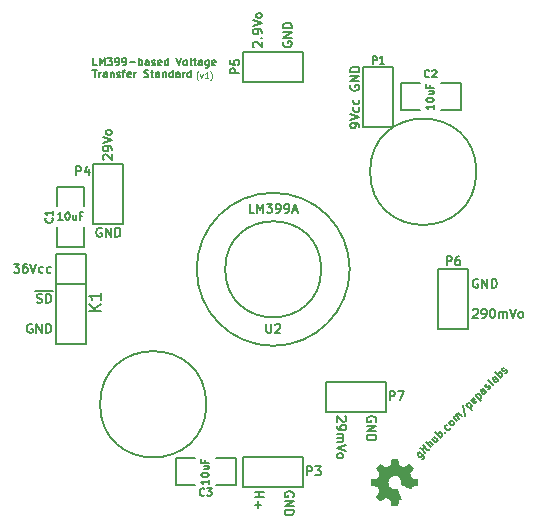
<source format=gto>
G04 (created by PCBNEW (2013-07-07 BZR 4022)-stable) date 6/29/2014 1:08:28 PM*
%MOIN*%
G04 Gerber Fmt 3.4, Leading zero omitted, Abs format*
%FSLAX34Y34*%
G01*
G70*
G90*
G04 APERTURE LIST*
%ADD10C,0.00590551*%
%ADD11C,0.006*%
%ADD12C,0.004*%
%ADD13C,0.005*%
%ADD14C,0.0001*%
G04 APERTURE END LIST*
G54D10*
G54D11*
X84621Y-57264D02*
X84621Y-57207D01*
X84607Y-57178D01*
X84592Y-57164D01*
X84550Y-57135D01*
X84492Y-57121D01*
X84378Y-57121D01*
X84350Y-57135D01*
X84335Y-57150D01*
X84321Y-57178D01*
X84321Y-57235D01*
X84335Y-57264D01*
X84350Y-57278D01*
X84378Y-57292D01*
X84450Y-57292D01*
X84478Y-57278D01*
X84492Y-57264D01*
X84507Y-57235D01*
X84507Y-57178D01*
X84492Y-57150D01*
X84478Y-57135D01*
X84450Y-57121D01*
X84321Y-57035D02*
X84621Y-56935D01*
X84321Y-56835D01*
X84607Y-56607D02*
X84621Y-56635D01*
X84621Y-56692D01*
X84607Y-56721D01*
X84592Y-56735D01*
X84564Y-56750D01*
X84478Y-56750D01*
X84450Y-56735D01*
X84435Y-56721D01*
X84421Y-56692D01*
X84421Y-56635D01*
X84435Y-56607D01*
X84607Y-56350D02*
X84621Y-56378D01*
X84621Y-56435D01*
X84607Y-56464D01*
X84592Y-56478D01*
X84564Y-56492D01*
X84478Y-56492D01*
X84450Y-56478D01*
X84435Y-56464D01*
X84421Y-56435D01*
X84421Y-56378D01*
X84435Y-56350D01*
X84335Y-55871D02*
X84321Y-55900D01*
X84321Y-55942D01*
X84335Y-55985D01*
X84364Y-56014D01*
X84392Y-56028D01*
X84450Y-56042D01*
X84492Y-56042D01*
X84550Y-56028D01*
X84578Y-56014D01*
X84607Y-55985D01*
X84621Y-55942D01*
X84621Y-55914D01*
X84607Y-55871D01*
X84592Y-55857D01*
X84492Y-55857D01*
X84492Y-55914D01*
X84621Y-55728D02*
X84321Y-55728D01*
X84621Y-55557D01*
X84321Y-55557D01*
X84621Y-55414D02*
X84321Y-55414D01*
X84321Y-55342D01*
X84335Y-55300D01*
X84364Y-55271D01*
X84392Y-55257D01*
X84450Y-55242D01*
X84492Y-55242D01*
X84550Y-55257D01*
X84578Y-55271D01*
X84607Y-55300D01*
X84621Y-55342D01*
X84621Y-55414D01*
X73871Y-63107D02*
X73914Y-63121D01*
X73985Y-63121D01*
X74014Y-63107D01*
X74028Y-63092D01*
X74042Y-63064D01*
X74042Y-63035D01*
X74028Y-63007D01*
X74014Y-62992D01*
X73985Y-62978D01*
X73928Y-62964D01*
X73900Y-62950D01*
X73885Y-62935D01*
X73871Y-62907D01*
X73871Y-62878D01*
X73885Y-62850D01*
X73900Y-62835D01*
X73928Y-62821D01*
X74000Y-62821D01*
X74042Y-62835D01*
X74171Y-63121D02*
X74171Y-62821D01*
X74242Y-62821D01*
X74285Y-62835D01*
X74314Y-62864D01*
X74328Y-62892D01*
X74342Y-62950D01*
X74342Y-62992D01*
X74328Y-63050D01*
X74314Y-63078D01*
X74285Y-63107D01*
X74242Y-63121D01*
X74171Y-63121D01*
X73814Y-62730D02*
X74400Y-62730D01*
X84150Y-66907D02*
X84164Y-66921D01*
X84178Y-66950D01*
X84178Y-67021D01*
X84164Y-67050D01*
X84150Y-67064D01*
X84121Y-67078D01*
X84092Y-67078D01*
X84050Y-67064D01*
X83878Y-66892D01*
X83878Y-67078D01*
X83878Y-67221D02*
X83878Y-67278D01*
X83892Y-67307D01*
X83907Y-67321D01*
X83950Y-67350D01*
X84007Y-67364D01*
X84121Y-67364D01*
X84150Y-67350D01*
X84164Y-67335D01*
X84178Y-67307D01*
X84178Y-67250D01*
X84164Y-67221D01*
X84150Y-67207D01*
X84121Y-67192D01*
X84050Y-67192D01*
X84021Y-67207D01*
X84007Y-67221D01*
X83992Y-67250D01*
X83992Y-67307D01*
X84007Y-67335D01*
X84021Y-67350D01*
X84050Y-67364D01*
X83878Y-67492D02*
X84078Y-67492D01*
X84050Y-67492D02*
X84064Y-67507D01*
X84078Y-67535D01*
X84078Y-67578D01*
X84064Y-67607D01*
X84035Y-67621D01*
X83878Y-67621D01*
X84035Y-67621D02*
X84064Y-67635D01*
X84078Y-67664D01*
X84078Y-67707D01*
X84064Y-67735D01*
X84035Y-67749D01*
X83878Y-67749D01*
X84178Y-67849D02*
X83878Y-67949D01*
X84178Y-68049D01*
X83878Y-68192D02*
X83892Y-68164D01*
X83907Y-68150D01*
X83935Y-68135D01*
X84021Y-68135D01*
X84050Y-68150D01*
X84064Y-68164D01*
X84078Y-68192D01*
X84078Y-68235D01*
X84064Y-68264D01*
X84050Y-68278D01*
X84021Y-68292D01*
X83935Y-68292D01*
X83907Y-68278D01*
X83892Y-68264D01*
X83878Y-68235D01*
X83878Y-68192D01*
X85164Y-67078D02*
X85178Y-67050D01*
X85178Y-67007D01*
X85164Y-66964D01*
X85135Y-66935D01*
X85107Y-66921D01*
X85050Y-66907D01*
X85007Y-66907D01*
X84950Y-66921D01*
X84921Y-66935D01*
X84892Y-66964D01*
X84878Y-67007D01*
X84878Y-67035D01*
X84892Y-67078D01*
X84907Y-67092D01*
X85007Y-67092D01*
X85007Y-67035D01*
X84878Y-67221D02*
X85178Y-67221D01*
X84878Y-67392D01*
X85178Y-67392D01*
X84878Y-67535D02*
X85178Y-67535D01*
X85178Y-67607D01*
X85164Y-67650D01*
X85135Y-67678D01*
X85107Y-67692D01*
X85050Y-67707D01*
X85007Y-67707D01*
X84950Y-67692D01*
X84921Y-67678D01*
X84892Y-67650D01*
X84878Y-67607D01*
X84878Y-67535D01*
X88407Y-63350D02*
X88421Y-63335D01*
X88450Y-63321D01*
X88521Y-63321D01*
X88550Y-63335D01*
X88564Y-63350D01*
X88578Y-63378D01*
X88578Y-63407D01*
X88564Y-63450D01*
X88392Y-63621D01*
X88578Y-63621D01*
X88721Y-63621D02*
X88778Y-63621D01*
X88807Y-63607D01*
X88821Y-63592D01*
X88850Y-63550D01*
X88864Y-63492D01*
X88864Y-63378D01*
X88850Y-63350D01*
X88835Y-63335D01*
X88807Y-63321D01*
X88750Y-63321D01*
X88721Y-63335D01*
X88707Y-63350D01*
X88692Y-63378D01*
X88692Y-63450D01*
X88707Y-63478D01*
X88721Y-63492D01*
X88750Y-63507D01*
X88807Y-63507D01*
X88835Y-63492D01*
X88850Y-63478D01*
X88864Y-63450D01*
X89049Y-63321D02*
X89078Y-63321D01*
X89107Y-63335D01*
X89121Y-63350D01*
X89135Y-63378D01*
X89149Y-63435D01*
X89149Y-63507D01*
X89135Y-63564D01*
X89121Y-63592D01*
X89107Y-63607D01*
X89078Y-63621D01*
X89049Y-63621D01*
X89021Y-63607D01*
X89007Y-63592D01*
X88992Y-63564D01*
X88978Y-63507D01*
X88978Y-63435D01*
X88992Y-63378D01*
X89007Y-63350D01*
X89021Y-63335D01*
X89049Y-63321D01*
X89278Y-63621D02*
X89278Y-63421D01*
X89278Y-63450D02*
X89292Y-63435D01*
X89321Y-63421D01*
X89364Y-63421D01*
X89392Y-63435D01*
X89407Y-63464D01*
X89407Y-63621D01*
X89407Y-63464D02*
X89421Y-63435D01*
X89449Y-63421D01*
X89492Y-63421D01*
X89521Y-63435D01*
X89535Y-63464D01*
X89535Y-63621D01*
X89635Y-63321D02*
X89735Y-63621D01*
X89835Y-63321D01*
X89978Y-63621D02*
X89949Y-63607D01*
X89935Y-63592D01*
X89921Y-63564D01*
X89921Y-63478D01*
X89935Y-63450D01*
X89949Y-63435D01*
X89978Y-63421D01*
X90021Y-63421D01*
X90049Y-63435D01*
X90064Y-63450D01*
X90078Y-63478D01*
X90078Y-63564D01*
X90064Y-63592D01*
X90049Y-63607D01*
X90021Y-63621D01*
X89978Y-63621D01*
X81100Y-54592D02*
X81085Y-54578D01*
X81071Y-54550D01*
X81071Y-54478D01*
X81085Y-54450D01*
X81100Y-54435D01*
X81128Y-54421D01*
X81157Y-54421D01*
X81200Y-54435D01*
X81371Y-54607D01*
X81371Y-54421D01*
X81342Y-54292D02*
X81357Y-54278D01*
X81371Y-54292D01*
X81357Y-54307D01*
X81342Y-54292D01*
X81371Y-54292D01*
X81371Y-54135D02*
X81371Y-54078D01*
X81357Y-54050D01*
X81342Y-54035D01*
X81300Y-54007D01*
X81242Y-53992D01*
X81128Y-53992D01*
X81100Y-54007D01*
X81085Y-54021D01*
X81071Y-54050D01*
X81071Y-54107D01*
X81085Y-54135D01*
X81100Y-54150D01*
X81128Y-54164D01*
X81200Y-54164D01*
X81228Y-54150D01*
X81242Y-54135D01*
X81257Y-54107D01*
X81257Y-54050D01*
X81242Y-54021D01*
X81228Y-54007D01*
X81200Y-53992D01*
X81071Y-53907D02*
X81371Y-53807D01*
X81071Y-53707D01*
X81371Y-53564D02*
X81357Y-53592D01*
X81342Y-53607D01*
X81314Y-53621D01*
X81228Y-53621D01*
X81200Y-53607D01*
X81185Y-53592D01*
X81171Y-53564D01*
X81171Y-53521D01*
X81185Y-53492D01*
X81200Y-53478D01*
X81228Y-53464D01*
X81314Y-53464D01*
X81342Y-53478D01*
X81357Y-53492D01*
X81371Y-53521D01*
X81371Y-53564D01*
X76100Y-58342D02*
X76085Y-58328D01*
X76071Y-58300D01*
X76071Y-58228D01*
X76085Y-58200D01*
X76100Y-58185D01*
X76128Y-58171D01*
X76157Y-58171D01*
X76200Y-58185D01*
X76371Y-58357D01*
X76371Y-58171D01*
X76371Y-58028D02*
X76371Y-57971D01*
X76357Y-57942D01*
X76342Y-57928D01*
X76300Y-57900D01*
X76242Y-57885D01*
X76128Y-57885D01*
X76100Y-57900D01*
X76085Y-57914D01*
X76071Y-57942D01*
X76071Y-58000D01*
X76085Y-58028D01*
X76100Y-58042D01*
X76128Y-58057D01*
X76200Y-58057D01*
X76228Y-58042D01*
X76242Y-58028D01*
X76257Y-58000D01*
X76257Y-57942D01*
X76242Y-57914D01*
X76228Y-57900D01*
X76200Y-57885D01*
X76071Y-57800D02*
X76371Y-57700D01*
X76071Y-57600D01*
X76371Y-57457D02*
X76357Y-57485D01*
X76342Y-57500D01*
X76314Y-57514D01*
X76228Y-57514D01*
X76200Y-57500D01*
X76185Y-57485D01*
X76171Y-57457D01*
X76171Y-57414D01*
X76185Y-57385D01*
X76200Y-57371D01*
X76228Y-57357D01*
X76314Y-57357D01*
X76342Y-57371D01*
X76357Y-57385D01*
X76371Y-57414D01*
X76371Y-57457D01*
X73100Y-61821D02*
X73285Y-61821D01*
X73185Y-61935D01*
X73228Y-61935D01*
X73257Y-61950D01*
X73271Y-61964D01*
X73285Y-61992D01*
X73285Y-62064D01*
X73271Y-62092D01*
X73257Y-62107D01*
X73228Y-62121D01*
X73142Y-62121D01*
X73114Y-62107D01*
X73100Y-62092D01*
X73542Y-61821D02*
X73485Y-61821D01*
X73457Y-61835D01*
X73442Y-61850D01*
X73414Y-61892D01*
X73400Y-61950D01*
X73400Y-62064D01*
X73414Y-62092D01*
X73428Y-62107D01*
X73457Y-62121D01*
X73514Y-62121D01*
X73542Y-62107D01*
X73557Y-62092D01*
X73571Y-62064D01*
X73571Y-61992D01*
X73557Y-61964D01*
X73542Y-61950D01*
X73514Y-61935D01*
X73457Y-61935D01*
X73428Y-61950D01*
X73414Y-61964D01*
X73400Y-61992D01*
X73657Y-61821D02*
X73757Y-62121D01*
X73857Y-61821D01*
X74085Y-62107D02*
X74057Y-62121D01*
X74000Y-62121D01*
X73971Y-62107D01*
X73957Y-62092D01*
X73942Y-62064D01*
X73942Y-61978D01*
X73957Y-61950D01*
X73971Y-61935D01*
X74000Y-61921D01*
X74057Y-61921D01*
X74085Y-61935D01*
X74342Y-62107D02*
X74314Y-62121D01*
X74257Y-62121D01*
X74228Y-62107D01*
X74214Y-62092D01*
X74200Y-62064D01*
X74200Y-61978D01*
X74214Y-61950D01*
X74228Y-61935D01*
X74257Y-61921D01*
X74314Y-61921D01*
X74342Y-61935D01*
X73714Y-63835D02*
X73685Y-63821D01*
X73642Y-63821D01*
X73600Y-63835D01*
X73571Y-63864D01*
X73557Y-63892D01*
X73542Y-63950D01*
X73542Y-63992D01*
X73557Y-64050D01*
X73571Y-64078D01*
X73600Y-64107D01*
X73642Y-64121D01*
X73671Y-64121D01*
X73714Y-64107D01*
X73728Y-64092D01*
X73728Y-63992D01*
X73671Y-63992D01*
X73857Y-64121D02*
X73857Y-63821D01*
X74028Y-64121D01*
X74028Y-63821D01*
X74171Y-64121D02*
X74171Y-63821D01*
X74242Y-63821D01*
X74285Y-63835D01*
X74314Y-63864D01*
X74328Y-63892D01*
X74342Y-63950D01*
X74342Y-63992D01*
X74328Y-64050D01*
X74314Y-64078D01*
X74285Y-64107D01*
X74242Y-64121D01*
X74171Y-64121D01*
X76028Y-60635D02*
X76000Y-60621D01*
X75957Y-60621D01*
X75914Y-60635D01*
X75885Y-60664D01*
X75871Y-60692D01*
X75857Y-60750D01*
X75857Y-60792D01*
X75871Y-60850D01*
X75885Y-60878D01*
X75914Y-60907D01*
X75957Y-60921D01*
X75985Y-60921D01*
X76028Y-60907D01*
X76042Y-60892D01*
X76042Y-60792D01*
X75985Y-60792D01*
X76171Y-60921D02*
X76171Y-60621D01*
X76342Y-60921D01*
X76342Y-60621D01*
X76485Y-60921D02*
X76485Y-60621D01*
X76557Y-60621D01*
X76600Y-60635D01*
X76628Y-60664D01*
X76642Y-60692D01*
X76657Y-60750D01*
X76657Y-60792D01*
X76642Y-60850D01*
X76628Y-60878D01*
X76600Y-60907D01*
X76557Y-60921D01*
X76485Y-60921D01*
X82085Y-54421D02*
X82071Y-54450D01*
X82071Y-54492D01*
X82085Y-54535D01*
X82114Y-54564D01*
X82142Y-54578D01*
X82200Y-54592D01*
X82242Y-54592D01*
X82300Y-54578D01*
X82328Y-54564D01*
X82357Y-54535D01*
X82371Y-54492D01*
X82371Y-54464D01*
X82357Y-54421D01*
X82342Y-54407D01*
X82242Y-54407D01*
X82242Y-54464D01*
X82371Y-54278D02*
X82071Y-54278D01*
X82371Y-54107D01*
X82071Y-54107D01*
X82371Y-53964D02*
X82071Y-53964D01*
X82071Y-53892D01*
X82085Y-53850D01*
X82114Y-53821D01*
X82142Y-53807D01*
X82200Y-53792D01*
X82242Y-53792D01*
X82300Y-53807D01*
X82328Y-53821D01*
X82357Y-53850D01*
X82371Y-53892D01*
X82371Y-53964D01*
X88578Y-62335D02*
X88550Y-62321D01*
X88507Y-62321D01*
X88464Y-62335D01*
X88435Y-62364D01*
X88421Y-62392D01*
X88407Y-62450D01*
X88407Y-62492D01*
X88421Y-62550D01*
X88435Y-62578D01*
X88464Y-62607D01*
X88507Y-62621D01*
X88535Y-62621D01*
X88578Y-62607D01*
X88592Y-62592D01*
X88592Y-62492D01*
X88535Y-62492D01*
X88721Y-62621D02*
X88721Y-62321D01*
X88892Y-62621D01*
X88892Y-62321D01*
X89035Y-62621D02*
X89035Y-62321D01*
X89107Y-62321D01*
X89150Y-62335D01*
X89178Y-62364D01*
X89192Y-62392D01*
X89207Y-62450D01*
X89207Y-62492D01*
X89192Y-62550D01*
X89178Y-62578D01*
X89150Y-62607D01*
X89107Y-62621D01*
X89035Y-62621D01*
X82414Y-69578D02*
X82428Y-69550D01*
X82428Y-69507D01*
X82414Y-69464D01*
X82385Y-69435D01*
X82357Y-69421D01*
X82300Y-69407D01*
X82257Y-69407D01*
X82200Y-69421D01*
X82171Y-69435D01*
X82142Y-69464D01*
X82128Y-69507D01*
X82128Y-69535D01*
X82142Y-69578D01*
X82157Y-69592D01*
X82257Y-69592D01*
X82257Y-69535D01*
X82128Y-69721D02*
X82428Y-69721D01*
X82128Y-69892D01*
X82428Y-69892D01*
X82128Y-70035D02*
X82428Y-70035D01*
X82428Y-70107D01*
X82414Y-70150D01*
X82385Y-70178D01*
X82357Y-70192D01*
X82300Y-70207D01*
X82257Y-70207D01*
X82200Y-70192D01*
X82171Y-70178D01*
X82142Y-70150D01*
X82128Y-70107D01*
X82128Y-70035D01*
X81128Y-69421D02*
X81428Y-69421D01*
X81285Y-69421D02*
X81285Y-69592D01*
X81128Y-69592D02*
X81428Y-69592D01*
X81242Y-69735D02*
X81242Y-69964D01*
X81128Y-69850D02*
X81357Y-69850D01*
G54D12*
X79254Y-55707D02*
X79245Y-55697D01*
X79226Y-55669D01*
X79216Y-55650D01*
X79207Y-55621D01*
X79197Y-55573D01*
X79197Y-55535D01*
X79207Y-55488D01*
X79216Y-55459D01*
X79226Y-55440D01*
X79245Y-55411D01*
X79254Y-55402D01*
X79311Y-55497D02*
X79359Y-55630D01*
X79407Y-55497D01*
X79588Y-55630D02*
X79473Y-55630D01*
X79530Y-55630D02*
X79530Y-55430D01*
X79511Y-55459D01*
X79492Y-55478D01*
X79473Y-55488D01*
X79654Y-55707D02*
X79664Y-55697D01*
X79683Y-55669D01*
X79692Y-55650D01*
X79702Y-55621D01*
X79711Y-55573D01*
X79711Y-55535D01*
X79702Y-55488D01*
X79692Y-55459D01*
X79683Y-55440D01*
X79664Y-55411D01*
X79654Y-55402D01*
G54D13*
X75878Y-55201D02*
X75759Y-55201D01*
X75759Y-54951D01*
X75961Y-55201D02*
X75961Y-54951D01*
X76045Y-55129D01*
X76128Y-54951D01*
X76128Y-55201D01*
X76223Y-54951D02*
X76378Y-54951D01*
X76295Y-55046D01*
X76330Y-55046D01*
X76354Y-55058D01*
X76366Y-55070D01*
X76378Y-55094D01*
X76378Y-55153D01*
X76366Y-55177D01*
X76354Y-55189D01*
X76330Y-55201D01*
X76259Y-55201D01*
X76235Y-55189D01*
X76223Y-55177D01*
X76497Y-55201D02*
X76545Y-55201D01*
X76569Y-55189D01*
X76580Y-55177D01*
X76604Y-55141D01*
X76616Y-55094D01*
X76616Y-54998D01*
X76604Y-54975D01*
X76592Y-54963D01*
X76569Y-54951D01*
X76521Y-54951D01*
X76497Y-54963D01*
X76485Y-54975D01*
X76473Y-54998D01*
X76473Y-55058D01*
X76485Y-55082D01*
X76497Y-55094D01*
X76521Y-55105D01*
X76569Y-55105D01*
X76592Y-55094D01*
X76604Y-55082D01*
X76616Y-55058D01*
X76735Y-55201D02*
X76783Y-55201D01*
X76807Y-55189D01*
X76819Y-55177D01*
X76842Y-55141D01*
X76854Y-55094D01*
X76854Y-54998D01*
X76842Y-54975D01*
X76830Y-54963D01*
X76807Y-54951D01*
X76759Y-54951D01*
X76735Y-54963D01*
X76723Y-54975D01*
X76711Y-54998D01*
X76711Y-55058D01*
X76723Y-55082D01*
X76735Y-55094D01*
X76759Y-55105D01*
X76807Y-55105D01*
X76830Y-55094D01*
X76842Y-55082D01*
X76854Y-55058D01*
X76961Y-55105D02*
X77152Y-55105D01*
X77271Y-55201D02*
X77271Y-54951D01*
X77271Y-55046D02*
X77295Y-55034D01*
X77342Y-55034D01*
X77366Y-55046D01*
X77378Y-55058D01*
X77390Y-55082D01*
X77390Y-55153D01*
X77378Y-55177D01*
X77366Y-55189D01*
X77342Y-55201D01*
X77295Y-55201D01*
X77271Y-55189D01*
X77604Y-55201D02*
X77604Y-55070D01*
X77592Y-55046D01*
X77569Y-55034D01*
X77521Y-55034D01*
X77497Y-55046D01*
X77604Y-55189D02*
X77580Y-55201D01*
X77521Y-55201D01*
X77497Y-55189D01*
X77485Y-55165D01*
X77485Y-55141D01*
X77497Y-55117D01*
X77521Y-55105D01*
X77580Y-55105D01*
X77604Y-55094D01*
X77711Y-55189D02*
X77735Y-55201D01*
X77783Y-55201D01*
X77807Y-55189D01*
X77819Y-55165D01*
X77819Y-55153D01*
X77807Y-55129D01*
X77783Y-55117D01*
X77747Y-55117D01*
X77723Y-55105D01*
X77711Y-55082D01*
X77711Y-55070D01*
X77723Y-55046D01*
X77747Y-55034D01*
X77783Y-55034D01*
X77807Y-55046D01*
X78021Y-55189D02*
X77997Y-55201D01*
X77950Y-55201D01*
X77926Y-55189D01*
X77914Y-55165D01*
X77914Y-55070D01*
X77926Y-55046D01*
X77950Y-55034D01*
X77997Y-55034D01*
X78021Y-55046D01*
X78033Y-55070D01*
X78033Y-55094D01*
X77914Y-55117D01*
X78247Y-55201D02*
X78247Y-54951D01*
X78247Y-55189D02*
X78223Y-55201D01*
X78176Y-55201D01*
X78152Y-55189D01*
X78140Y-55177D01*
X78128Y-55153D01*
X78128Y-55082D01*
X78140Y-55058D01*
X78152Y-55046D01*
X78176Y-55034D01*
X78223Y-55034D01*
X78247Y-55046D01*
X78521Y-54951D02*
X78604Y-55201D01*
X78688Y-54951D01*
X78807Y-55201D02*
X78783Y-55189D01*
X78771Y-55177D01*
X78759Y-55153D01*
X78759Y-55082D01*
X78771Y-55058D01*
X78783Y-55046D01*
X78807Y-55034D01*
X78842Y-55034D01*
X78866Y-55046D01*
X78878Y-55058D01*
X78890Y-55082D01*
X78890Y-55153D01*
X78878Y-55177D01*
X78866Y-55189D01*
X78842Y-55201D01*
X78807Y-55201D01*
X79033Y-55201D02*
X79009Y-55189D01*
X78997Y-55165D01*
X78997Y-54951D01*
X79092Y-55034D02*
X79188Y-55034D01*
X79128Y-54951D02*
X79128Y-55165D01*
X79140Y-55189D01*
X79164Y-55201D01*
X79188Y-55201D01*
X79378Y-55201D02*
X79378Y-55070D01*
X79366Y-55046D01*
X79342Y-55034D01*
X79295Y-55034D01*
X79271Y-55046D01*
X79378Y-55189D02*
X79354Y-55201D01*
X79295Y-55201D01*
X79271Y-55189D01*
X79259Y-55165D01*
X79259Y-55141D01*
X79271Y-55117D01*
X79295Y-55105D01*
X79354Y-55105D01*
X79378Y-55094D01*
X79604Y-55034D02*
X79604Y-55236D01*
X79592Y-55260D01*
X79580Y-55272D01*
X79557Y-55284D01*
X79521Y-55284D01*
X79497Y-55272D01*
X79604Y-55189D02*
X79580Y-55201D01*
X79533Y-55201D01*
X79509Y-55189D01*
X79497Y-55177D01*
X79485Y-55153D01*
X79485Y-55082D01*
X79497Y-55058D01*
X79509Y-55046D01*
X79533Y-55034D01*
X79580Y-55034D01*
X79604Y-55046D01*
X79819Y-55189D02*
X79795Y-55201D01*
X79747Y-55201D01*
X79723Y-55189D01*
X79711Y-55165D01*
X79711Y-55070D01*
X79723Y-55046D01*
X79747Y-55034D01*
X79795Y-55034D01*
X79819Y-55046D01*
X79830Y-55070D01*
X79830Y-55094D01*
X79711Y-55117D01*
X75723Y-55351D02*
X75866Y-55351D01*
X75795Y-55601D02*
X75795Y-55351D01*
X75950Y-55601D02*
X75950Y-55434D01*
X75950Y-55482D02*
X75961Y-55458D01*
X75973Y-55446D01*
X75997Y-55434D01*
X76021Y-55434D01*
X76211Y-55601D02*
X76211Y-55470D01*
X76200Y-55446D01*
X76176Y-55434D01*
X76128Y-55434D01*
X76104Y-55446D01*
X76211Y-55589D02*
X76188Y-55601D01*
X76128Y-55601D01*
X76104Y-55589D01*
X76092Y-55565D01*
X76092Y-55541D01*
X76104Y-55517D01*
X76128Y-55505D01*
X76188Y-55505D01*
X76211Y-55494D01*
X76330Y-55434D02*
X76330Y-55601D01*
X76330Y-55458D02*
X76342Y-55446D01*
X76366Y-55434D01*
X76402Y-55434D01*
X76426Y-55446D01*
X76438Y-55470D01*
X76438Y-55601D01*
X76545Y-55589D02*
X76569Y-55601D01*
X76616Y-55601D01*
X76640Y-55589D01*
X76652Y-55565D01*
X76652Y-55553D01*
X76640Y-55529D01*
X76616Y-55517D01*
X76580Y-55517D01*
X76557Y-55505D01*
X76545Y-55482D01*
X76545Y-55470D01*
X76557Y-55446D01*
X76580Y-55434D01*
X76616Y-55434D01*
X76640Y-55446D01*
X76723Y-55434D02*
X76819Y-55434D01*
X76759Y-55601D02*
X76759Y-55386D01*
X76771Y-55363D01*
X76795Y-55351D01*
X76819Y-55351D01*
X76997Y-55589D02*
X76973Y-55601D01*
X76926Y-55601D01*
X76902Y-55589D01*
X76890Y-55565D01*
X76890Y-55470D01*
X76902Y-55446D01*
X76926Y-55434D01*
X76973Y-55434D01*
X76997Y-55446D01*
X77009Y-55470D01*
X77009Y-55494D01*
X76890Y-55517D01*
X77116Y-55601D02*
X77116Y-55434D01*
X77116Y-55482D02*
X77128Y-55458D01*
X77140Y-55446D01*
X77164Y-55434D01*
X77188Y-55434D01*
X77450Y-55589D02*
X77485Y-55601D01*
X77545Y-55601D01*
X77569Y-55589D01*
X77580Y-55577D01*
X77592Y-55553D01*
X77592Y-55529D01*
X77580Y-55505D01*
X77569Y-55494D01*
X77545Y-55482D01*
X77497Y-55470D01*
X77473Y-55458D01*
X77461Y-55446D01*
X77450Y-55422D01*
X77450Y-55398D01*
X77461Y-55375D01*
X77473Y-55363D01*
X77497Y-55351D01*
X77557Y-55351D01*
X77592Y-55363D01*
X77664Y-55434D02*
X77759Y-55434D01*
X77700Y-55351D02*
X77700Y-55565D01*
X77711Y-55589D01*
X77735Y-55601D01*
X77759Y-55601D01*
X77950Y-55601D02*
X77950Y-55470D01*
X77938Y-55446D01*
X77914Y-55434D01*
X77866Y-55434D01*
X77842Y-55446D01*
X77950Y-55589D02*
X77926Y-55601D01*
X77866Y-55601D01*
X77842Y-55589D01*
X77830Y-55565D01*
X77830Y-55541D01*
X77842Y-55517D01*
X77866Y-55505D01*
X77926Y-55505D01*
X77950Y-55494D01*
X78069Y-55434D02*
X78069Y-55601D01*
X78069Y-55458D02*
X78080Y-55446D01*
X78104Y-55434D01*
X78140Y-55434D01*
X78164Y-55446D01*
X78176Y-55470D01*
X78176Y-55601D01*
X78402Y-55601D02*
X78402Y-55351D01*
X78402Y-55589D02*
X78378Y-55601D01*
X78330Y-55601D01*
X78307Y-55589D01*
X78295Y-55577D01*
X78283Y-55553D01*
X78283Y-55482D01*
X78295Y-55458D01*
X78307Y-55446D01*
X78330Y-55434D01*
X78378Y-55434D01*
X78402Y-55446D01*
X78628Y-55601D02*
X78628Y-55470D01*
X78616Y-55446D01*
X78592Y-55434D01*
X78545Y-55434D01*
X78521Y-55446D01*
X78628Y-55589D02*
X78604Y-55601D01*
X78545Y-55601D01*
X78521Y-55589D01*
X78509Y-55565D01*
X78509Y-55541D01*
X78521Y-55517D01*
X78545Y-55505D01*
X78604Y-55505D01*
X78628Y-55494D01*
X78747Y-55601D02*
X78747Y-55434D01*
X78747Y-55482D02*
X78759Y-55458D01*
X78771Y-55446D01*
X78795Y-55434D01*
X78819Y-55434D01*
X79009Y-55601D02*
X79009Y-55351D01*
X79009Y-55589D02*
X78985Y-55601D01*
X78938Y-55601D01*
X78914Y-55589D01*
X78902Y-55577D01*
X78890Y-55553D01*
X78890Y-55482D01*
X78902Y-55458D01*
X78914Y-55446D01*
X78938Y-55434D01*
X78985Y-55434D01*
X79009Y-55446D01*
X86621Y-68085D02*
X86764Y-68228D01*
X86773Y-68254D01*
X86773Y-68271D01*
X86764Y-68296D01*
X86739Y-68321D01*
X86714Y-68329D01*
X86730Y-68195D02*
X86722Y-68220D01*
X86688Y-68254D01*
X86663Y-68262D01*
X86646Y-68262D01*
X86621Y-68254D01*
X86571Y-68203D01*
X86562Y-68178D01*
X86562Y-68161D01*
X86571Y-68136D01*
X86604Y-68102D01*
X86629Y-68094D01*
X86823Y-68119D02*
X86705Y-68001D01*
X86646Y-67942D02*
X86646Y-67959D01*
X86663Y-67959D01*
X86663Y-67942D01*
X86646Y-67942D01*
X86663Y-67959D01*
X86764Y-67942D02*
X86832Y-67875D01*
X86730Y-67858D02*
X86882Y-68010D01*
X86907Y-68018D01*
X86933Y-68010D01*
X86949Y-67993D01*
X87008Y-67934D02*
X86832Y-67757D01*
X87084Y-67858D02*
X86991Y-67765D01*
X86966Y-67757D01*
X86941Y-67765D01*
X86916Y-67791D01*
X86907Y-67816D01*
X86907Y-67833D01*
X87126Y-67580D02*
X87244Y-67698D01*
X87050Y-67656D02*
X87143Y-67749D01*
X87168Y-67757D01*
X87193Y-67749D01*
X87219Y-67723D01*
X87227Y-67698D01*
X87227Y-67681D01*
X87328Y-67614D02*
X87151Y-67437D01*
X87219Y-67505D02*
X87227Y-67479D01*
X87261Y-67446D01*
X87286Y-67437D01*
X87303Y-67437D01*
X87328Y-67446D01*
X87379Y-67496D01*
X87387Y-67521D01*
X87387Y-67538D01*
X87379Y-67563D01*
X87345Y-67597D01*
X87320Y-67606D01*
X87471Y-67437D02*
X87488Y-67437D01*
X87488Y-67454D01*
X87471Y-67454D01*
X87471Y-67437D01*
X87488Y-67454D01*
X87640Y-67286D02*
X87631Y-67311D01*
X87598Y-67345D01*
X87572Y-67353D01*
X87555Y-67353D01*
X87530Y-67345D01*
X87480Y-67294D01*
X87471Y-67269D01*
X87471Y-67252D01*
X87480Y-67227D01*
X87513Y-67193D01*
X87539Y-67185D01*
X87749Y-67193D02*
X87724Y-67201D01*
X87707Y-67201D01*
X87682Y-67193D01*
X87631Y-67143D01*
X87623Y-67117D01*
X87623Y-67100D01*
X87631Y-67075D01*
X87656Y-67050D01*
X87682Y-67042D01*
X87699Y-67042D01*
X87724Y-67050D01*
X87774Y-67100D01*
X87783Y-67126D01*
X87783Y-67143D01*
X87774Y-67168D01*
X87749Y-67193D01*
X87884Y-67058D02*
X87766Y-66941D01*
X87783Y-66957D02*
X87783Y-66941D01*
X87791Y-66915D01*
X87816Y-66890D01*
X87842Y-66882D01*
X87867Y-66890D01*
X87960Y-66983D01*
X87867Y-66890D02*
X87858Y-66865D01*
X87867Y-66839D01*
X87892Y-66814D01*
X87917Y-66806D01*
X87943Y-66814D01*
X88035Y-66907D01*
X88061Y-66511D02*
X88136Y-66890D01*
X88187Y-66520D02*
X88364Y-66696D01*
X88195Y-66528D02*
X88204Y-66503D01*
X88237Y-66469D01*
X88263Y-66461D01*
X88279Y-66461D01*
X88305Y-66469D01*
X88355Y-66520D01*
X88364Y-66545D01*
X88364Y-66562D01*
X88355Y-66587D01*
X88321Y-66621D01*
X88296Y-66629D01*
X88524Y-66402D02*
X88515Y-66427D01*
X88481Y-66461D01*
X88456Y-66469D01*
X88431Y-66461D01*
X88364Y-66393D01*
X88355Y-66368D01*
X88364Y-66343D01*
X88397Y-66309D01*
X88422Y-66301D01*
X88448Y-66309D01*
X88465Y-66326D01*
X88397Y-66427D01*
X88498Y-66208D02*
X88675Y-66385D01*
X88507Y-66217D02*
X88515Y-66191D01*
X88549Y-66158D01*
X88574Y-66149D01*
X88591Y-66149D01*
X88616Y-66158D01*
X88667Y-66208D01*
X88675Y-66233D01*
X88675Y-66250D01*
X88667Y-66275D01*
X88633Y-66309D01*
X88608Y-66318D01*
X88852Y-66090D02*
X88759Y-65998D01*
X88734Y-65989D01*
X88709Y-65998D01*
X88675Y-66031D01*
X88667Y-66057D01*
X88843Y-66082D02*
X88835Y-66107D01*
X88793Y-66149D01*
X88768Y-66158D01*
X88742Y-66149D01*
X88726Y-66132D01*
X88717Y-66107D01*
X88726Y-66082D01*
X88768Y-66040D01*
X88776Y-66015D01*
X88919Y-66006D02*
X88944Y-65998D01*
X88978Y-65964D01*
X88986Y-65939D01*
X88978Y-65914D01*
X88970Y-65905D01*
X88944Y-65897D01*
X88919Y-65905D01*
X88894Y-65930D01*
X88869Y-65939D01*
X88843Y-65930D01*
X88835Y-65922D01*
X88827Y-65897D01*
X88835Y-65871D01*
X88860Y-65846D01*
X88885Y-65838D01*
X89104Y-65838D02*
X89079Y-65846D01*
X89054Y-65838D01*
X88902Y-65686D01*
X89247Y-65695D02*
X89155Y-65602D01*
X89130Y-65594D01*
X89104Y-65602D01*
X89071Y-65636D01*
X89062Y-65661D01*
X89239Y-65686D02*
X89231Y-65711D01*
X89189Y-65754D01*
X89163Y-65762D01*
X89138Y-65754D01*
X89121Y-65737D01*
X89113Y-65711D01*
X89121Y-65686D01*
X89163Y-65644D01*
X89172Y-65619D01*
X89332Y-65610D02*
X89155Y-65434D01*
X89222Y-65501D02*
X89231Y-65476D01*
X89264Y-65442D01*
X89290Y-65434D01*
X89306Y-65434D01*
X89332Y-65442D01*
X89382Y-65493D01*
X89391Y-65518D01*
X89391Y-65535D01*
X89382Y-65560D01*
X89348Y-65594D01*
X89323Y-65602D01*
X89475Y-65451D02*
X89500Y-65442D01*
X89534Y-65408D01*
X89542Y-65383D01*
X89534Y-65358D01*
X89525Y-65350D01*
X89500Y-65341D01*
X89475Y-65350D01*
X89449Y-65375D01*
X89424Y-65383D01*
X89399Y-65375D01*
X89391Y-65366D01*
X89382Y-65341D01*
X89391Y-65316D01*
X89416Y-65291D01*
X89441Y-65282D01*
X80500Y-69200D02*
X80500Y-68300D01*
X80500Y-68300D02*
X79850Y-68300D01*
X79150Y-69200D02*
X78500Y-69200D01*
X78500Y-69200D02*
X78500Y-68300D01*
X78500Y-68300D02*
X79150Y-68300D01*
X79850Y-69200D02*
X80500Y-69200D01*
X74550Y-61250D02*
X75450Y-61250D01*
X75450Y-61250D02*
X75450Y-60600D01*
X74550Y-59900D02*
X74550Y-59250D01*
X74550Y-59250D02*
X75450Y-59250D01*
X75450Y-59250D02*
X75450Y-59900D01*
X74550Y-60600D02*
X74550Y-61250D01*
G54D11*
X80750Y-69250D02*
X80750Y-68250D01*
X80750Y-68250D02*
X82750Y-68250D01*
X82750Y-68250D02*
X82750Y-69250D01*
X82750Y-69250D02*
X80750Y-69250D01*
G54D10*
X84300Y-62000D02*
G75*
G03X84300Y-62000I-2550J0D01*
G74*
G01*
X83350Y-62000D02*
G75*
G03X83350Y-62000I-1600J0D01*
G74*
G01*
G54D11*
X75750Y-58500D02*
X76750Y-58500D01*
X76750Y-58500D02*
X76750Y-60500D01*
X76750Y-60500D02*
X75750Y-60500D01*
X75750Y-60500D02*
X75750Y-58500D01*
X80750Y-55750D02*
X80750Y-54750D01*
X80750Y-54750D02*
X82750Y-54750D01*
X82750Y-54750D02*
X82750Y-55750D01*
X82750Y-55750D02*
X80750Y-55750D01*
X88250Y-64000D02*
X87250Y-64000D01*
X87250Y-64000D02*
X87250Y-62000D01*
X87250Y-62000D02*
X88250Y-62000D01*
X88250Y-62000D02*
X88250Y-64000D01*
X83500Y-66750D02*
X83500Y-65750D01*
X83500Y-65750D02*
X85500Y-65750D01*
X85500Y-65750D02*
X85500Y-66750D01*
X85500Y-66750D02*
X83500Y-66750D01*
G54D14*
G36*
X85912Y-69887D02*
X85915Y-69878D01*
X85920Y-69856D01*
X85926Y-69826D01*
X85933Y-69789D01*
X85940Y-69752D01*
X85947Y-69722D01*
X85951Y-69701D01*
X85953Y-69693D01*
X85957Y-69691D01*
X85973Y-69686D01*
X85996Y-69678D01*
X86009Y-69674D01*
X86030Y-69666D01*
X86038Y-69660D01*
X86037Y-69658D01*
X86032Y-69641D01*
X86021Y-69615D01*
X86008Y-69581D01*
X85991Y-69540D01*
X85974Y-69497D01*
X85955Y-69453D01*
X85938Y-69411D01*
X85922Y-69373D01*
X85910Y-69343D01*
X85900Y-69322D01*
X85896Y-69313D01*
X85894Y-69313D01*
X85880Y-69313D01*
X85859Y-69316D01*
X85810Y-69321D01*
X85752Y-69314D01*
X85699Y-69293D01*
X85653Y-69257D01*
X85620Y-69216D01*
X85599Y-69165D01*
X85591Y-69106D01*
X85598Y-69051D01*
X85619Y-68999D01*
X85654Y-68954D01*
X85697Y-68919D01*
X85749Y-68897D01*
X85807Y-68889D01*
X85836Y-68892D01*
X85889Y-68906D01*
X85935Y-68930D01*
X85945Y-68938D01*
X85983Y-68979D01*
X86009Y-69028D01*
X86022Y-69081D01*
X86020Y-69138D01*
X86020Y-69144D01*
X86016Y-69168D01*
X86014Y-69182D01*
X86013Y-69195D01*
X86182Y-69266D01*
X86209Y-69277D01*
X86256Y-69296D01*
X86296Y-69312D01*
X86328Y-69325D01*
X86350Y-69333D01*
X86359Y-69337D01*
X86359Y-69337D01*
X86364Y-69333D01*
X86370Y-69320D01*
X86379Y-69296D01*
X86384Y-69279D01*
X86391Y-69260D01*
X86394Y-69252D01*
X86402Y-69250D01*
X86422Y-69245D01*
X86452Y-69240D01*
X86487Y-69233D01*
X86522Y-69226D01*
X86553Y-69220D01*
X86575Y-69215D01*
X86586Y-69211D01*
X86587Y-69211D01*
X86589Y-69202D01*
X86592Y-69182D01*
X86592Y-69150D01*
X86592Y-69105D01*
X86592Y-69098D01*
X86592Y-69059D01*
X86591Y-69027D01*
X86590Y-69005D01*
X86589Y-68996D01*
X86589Y-68996D01*
X86578Y-68993D01*
X86556Y-68988D01*
X86524Y-68982D01*
X86488Y-68975D01*
X86390Y-68956D01*
X86358Y-68880D01*
X86348Y-68857D01*
X86336Y-68828D01*
X86328Y-68808D01*
X86325Y-68798D01*
X86329Y-68790D01*
X86340Y-68772D01*
X86357Y-68745D01*
X86378Y-68715D01*
X86398Y-68685D01*
X86416Y-68659D01*
X86429Y-68640D01*
X86435Y-68632D01*
X86435Y-68629D01*
X86433Y-68624D01*
X86427Y-68615D01*
X86413Y-68602D01*
X86393Y-68580D01*
X86362Y-68549D01*
X86359Y-68546D01*
X86329Y-68517D01*
X86305Y-68494D01*
X86290Y-68480D01*
X86283Y-68475D01*
X86283Y-68475D01*
X86273Y-68480D01*
X86255Y-68493D01*
X86228Y-68510D01*
X86196Y-68532D01*
X86195Y-68533D01*
X86164Y-68555D01*
X86137Y-68571D01*
X86118Y-68584D01*
X86109Y-68588D01*
X86107Y-68588D01*
X86090Y-68583D01*
X86066Y-68574D01*
X86038Y-68563D01*
X86009Y-68551D01*
X85982Y-68540D01*
X85964Y-68531D01*
X85956Y-68526D01*
X85956Y-68526D01*
X85954Y-68516D01*
X85949Y-68492D01*
X85943Y-68461D01*
X85936Y-68423D01*
X85935Y-68420D01*
X85928Y-68383D01*
X85921Y-68352D01*
X85916Y-68330D01*
X85914Y-68321D01*
X85913Y-68320D01*
X85902Y-68319D01*
X85877Y-68318D01*
X85844Y-68317D01*
X85805Y-68317D01*
X85793Y-68318D01*
X85750Y-68318D01*
X85721Y-68318D01*
X85704Y-68321D01*
X85698Y-68323D01*
X85699Y-68324D01*
X85695Y-68335D01*
X85690Y-68358D01*
X85684Y-68390D01*
X85677Y-68428D01*
X85677Y-68431D01*
X85670Y-68468D01*
X85664Y-68499D01*
X85659Y-68521D01*
X85657Y-68530D01*
X85655Y-68531D01*
X85644Y-68537D01*
X85623Y-68548D01*
X85596Y-68559D01*
X85567Y-68571D01*
X85540Y-68583D01*
X85520Y-68591D01*
X85510Y-68593D01*
X85509Y-68593D01*
X85498Y-68588D01*
X85478Y-68574D01*
X85450Y-68557D01*
X85418Y-68534D01*
X85413Y-68530D01*
X85382Y-68509D01*
X85356Y-68492D01*
X85337Y-68480D01*
X85329Y-68475D01*
X85325Y-68477D01*
X85310Y-68490D01*
X85290Y-68509D01*
X85266Y-68533D01*
X85241Y-68558D01*
X85218Y-68583D01*
X85197Y-68605D01*
X85183Y-68620D01*
X85178Y-68628D01*
X85178Y-68629D01*
X85184Y-68639D01*
X85197Y-68660D01*
X85215Y-68687D01*
X85238Y-68720D01*
X85242Y-68726D01*
X85263Y-68757D01*
X85280Y-68784D01*
X85292Y-68801D01*
X85296Y-68809D01*
X85295Y-68813D01*
X85289Y-68828D01*
X85279Y-68853D01*
X85265Y-68885D01*
X85235Y-68956D01*
X85129Y-68975D01*
X85120Y-68977D01*
X85082Y-68984D01*
X85052Y-68991D01*
X85030Y-68995D01*
X85022Y-68998D01*
X85022Y-68998D01*
X85021Y-69010D01*
X85020Y-69034D01*
X85020Y-69068D01*
X85020Y-69106D01*
X85020Y-69136D01*
X85020Y-69170D01*
X85020Y-69193D01*
X85023Y-69206D01*
X85025Y-69214D01*
X85029Y-69216D01*
X85039Y-69218D01*
X85061Y-69223D01*
X85093Y-69229D01*
X85131Y-69235D01*
X85163Y-69242D01*
X85197Y-69249D01*
X85220Y-69255D01*
X85231Y-69260D01*
X85233Y-69263D01*
X85240Y-69280D01*
X85252Y-69306D01*
X85265Y-69337D01*
X85293Y-69409D01*
X85266Y-69447D01*
X85250Y-69471D01*
X85228Y-69503D01*
X85206Y-69535D01*
X85174Y-69584D01*
X85322Y-69735D01*
X85332Y-69732D01*
X85340Y-69728D01*
X85358Y-69716D01*
X85384Y-69698D01*
X85414Y-69677D01*
X85440Y-69660D01*
X85467Y-69642D01*
X85485Y-69629D01*
X85494Y-69624D01*
X85498Y-69624D01*
X85515Y-69629D01*
X85539Y-69639D01*
X85568Y-69651D01*
X85597Y-69663D01*
X85625Y-69675D01*
X85646Y-69684D01*
X85655Y-69689D01*
X85658Y-69698D01*
X85663Y-69719D01*
X85669Y-69750D01*
X85676Y-69786D01*
X85682Y-69824D01*
X85689Y-69855D01*
X85694Y-69878D01*
X85696Y-69887D01*
X85702Y-69889D01*
X85721Y-69891D01*
X85754Y-69892D01*
X85804Y-69892D01*
X85812Y-69891D01*
X85850Y-69891D01*
X85882Y-69889D01*
X85904Y-69888D01*
X85912Y-69887D01*
X85912Y-69887D01*
G37*
G54D10*
X88521Y-58750D02*
G75*
G03X88521Y-58750I-1771J0D01*
G74*
G01*
X79521Y-66500D02*
G75*
G03X79521Y-66500I-1771J0D01*
G74*
G01*
G54D11*
X74500Y-61500D02*
X75500Y-61500D01*
X75500Y-61500D02*
X75500Y-64500D01*
X75500Y-64500D02*
X74500Y-64500D01*
X74500Y-64500D02*
X74500Y-61500D01*
X75500Y-62500D02*
X74500Y-62500D01*
G54D13*
X86000Y-55800D02*
X86000Y-56700D01*
X86000Y-56700D02*
X86650Y-56700D01*
X87350Y-55800D02*
X88000Y-55800D01*
X88000Y-55800D02*
X88000Y-56700D01*
X88000Y-56700D02*
X87350Y-56700D01*
X86650Y-55800D02*
X86000Y-55800D01*
G54D11*
X85750Y-57250D02*
X84750Y-57250D01*
X84750Y-57250D02*
X84750Y-55250D01*
X84750Y-55250D02*
X85750Y-55250D01*
X85750Y-55250D02*
X85750Y-57250D01*
G54D13*
X79458Y-69527D02*
X79446Y-69539D01*
X79410Y-69551D01*
X79386Y-69551D01*
X79351Y-69539D01*
X79327Y-69515D01*
X79315Y-69491D01*
X79303Y-69444D01*
X79303Y-69408D01*
X79315Y-69360D01*
X79327Y-69336D01*
X79351Y-69313D01*
X79386Y-69301D01*
X79410Y-69301D01*
X79446Y-69313D01*
X79458Y-69325D01*
X79541Y-69301D02*
X79696Y-69301D01*
X79613Y-69396D01*
X79648Y-69396D01*
X79672Y-69408D01*
X79684Y-69420D01*
X79696Y-69444D01*
X79696Y-69503D01*
X79684Y-69527D01*
X79672Y-69539D01*
X79648Y-69551D01*
X79577Y-69551D01*
X79553Y-69539D01*
X79541Y-69527D01*
X79601Y-69017D02*
X79601Y-69160D01*
X79601Y-69089D02*
X79351Y-69089D01*
X79386Y-69113D01*
X79410Y-69136D01*
X79422Y-69160D01*
X79351Y-68863D02*
X79351Y-68839D01*
X79363Y-68815D01*
X79375Y-68803D01*
X79398Y-68791D01*
X79446Y-68779D01*
X79505Y-68779D01*
X79553Y-68791D01*
X79577Y-68803D01*
X79589Y-68815D01*
X79601Y-68839D01*
X79601Y-68863D01*
X79589Y-68886D01*
X79577Y-68898D01*
X79553Y-68910D01*
X79505Y-68922D01*
X79446Y-68922D01*
X79398Y-68910D01*
X79375Y-68898D01*
X79363Y-68886D01*
X79351Y-68863D01*
X79434Y-68565D02*
X79601Y-68565D01*
X79434Y-68672D02*
X79565Y-68672D01*
X79589Y-68660D01*
X79601Y-68636D01*
X79601Y-68601D01*
X79589Y-68577D01*
X79577Y-68565D01*
X79470Y-68363D02*
X79470Y-68446D01*
X79601Y-68446D02*
X79351Y-68446D01*
X79351Y-68327D01*
X74377Y-60291D02*
X74389Y-60303D01*
X74401Y-60339D01*
X74401Y-60363D01*
X74389Y-60398D01*
X74365Y-60422D01*
X74341Y-60434D01*
X74294Y-60446D01*
X74258Y-60446D01*
X74210Y-60434D01*
X74186Y-60422D01*
X74163Y-60398D01*
X74151Y-60363D01*
X74151Y-60339D01*
X74163Y-60303D01*
X74175Y-60291D01*
X74401Y-60053D02*
X74401Y-60196D01*
X74401Y-60125D02*
X74151Y-60125D01*
X74186Y-60148D01*
X74210Y-60172D01*
X74222Y-60196D01*
X74732Y-60351D02*
X74589Y-60351D01*
X74660Y-60351D02*
X74660Y-60101D01*
X74636Y-60136D01*
X74613Y-60160D01*
X74589Y-60172D01*
X74886Y-60101D02*
X74910Y-60101D01*
X74934Y-60113D01*
X74946Y-60125D01*
X74958Y-60148D01*
X74970Y-60196D01*
X74970Y-60255D01*
X74958Y-60303D01*
X74946Y-60327D01*
X74934Y-60339D01*
X74910Y-60351D01*
X74886Y-60351D01*
X74863Y-60339D01*
X74851Y-60327D01*
X74839Y-60303D01*
X74827Y-60255D01*
X74827Y-60196D01*
X74839Y-60148D01*
X74851Y-60125D01*
X74863Y-60113D01*
X74886Y-60101D01*
X75184Y-60184D02*
X75184Y-60351D01*
X75077Y-60184D02*
X75077Y-60315D01*
X75089Y-60339D01*
X75113Y-60351D01*
X75148Y-60351D01*
X75172Y-60339D01*
X75184Y-60327D01*
X75386Y-60220D02*
X75303Y-60220D01*
X75303Y-60351D02*
X75303Y-60101D01*
X75422Y-60101D01*
G54D11*
X82878Y-68871D02*
X82878Y-68571D01*
X82992Y-68571D01*
X83021Y-68585D01*
X83035Y-68600D01*
X83050Y-68628D01*
X83050Y-68671D01*
X83035Y-68700D01*
X83021Y-68714D01*
X82992Y-68728D01*
X82878Y-68728D01*
X83150Y-68571D02*
X83335Y-68571D01*
X83235Y-68685D01*
X83278Y-68685D01*
X83307Y-68700D01*
X83321Y-68714D01*
X83335Y-68742D01*
X83335Y-68814D01*
X83321Y-68842D01*
X83307Y-68857D01*
X83278Y-68871D01*
X83192Y-68871D01*
X83164Y-68857D01*
X83150Y-68842D01*
X81521Y-63821D02*
X81521Y-64064D01*
X81535Y-64092D01*
X81550Y-64107D01*
X81578Y-64121D01*
X81635Y-64121D01*
X81664Y-64107D01*
X81678Y-64092D01*
X81692Y-64064D01*
X81692Y-63821D01*
X81821Y-63850D02*
X81835Y-63835D01*
X81864Y-63821D01*
X81935Y-63821D01*
X81964Y-63835D01*
X81978Y-63850D01*
X81992Y-63878D01*
X81992Y-63907D01*
X81978Y-63950D01*
X81807Y-64121D01*
X81992Y-64121D01*
X81114Y-60121D02*
X80971Y-60121D01*
X80971Y-59821D01*
X81214Y-60121D02*
X81214Y-59821D01*
X81314Y-60035D01*
X81414Y-59821D01*
X81414Y-60121D01*
X81528Y-59821D02*
X81714Y-59821D01*
X81614Y-59935D01*
X81657Y-59935D01*
X81685Y-59950D01*
X81700Y-59964D01*
X81714Y-59992D01*
X81714Y-60064D01*
X81700Y-60092D01*
X81685Y-60107D01*
X81657Y-60121D01*
X81571Y-60121D01*
X81542Y-60107D01*
X81528Y-60092D01*
X81857Y-60121D02*
X81914Y-60121D01*
X81942Y-60107D01*
X81957Y-60092D01*
X81985Y-60050D01*
X82000Y-59992D01*
X82000Y-59878D01*
X81985Y-59850D01*
X81971Y-59835D01*
X81942Y-59821D01*
X81885Y-59821D01*
X81857Y-59835D01*
X81842Y-59850D01*
X81828Y-59878D01*
X81828Y-59950D01*
X81842Y-59978D01*
X81857Y-59992D01*
X81885Y-60007D01*
X81942Y-60007D01*
X81971Y-59992D01*
X81985Y-59978D01*
X82000Y-59950D01*
X82142Y-60121D02*
X82200Y-60121D01*
X82228Y-60107D01*
X82242Y-60092D01*
X82271Y-60050D01*
X82285Y-59992D01*
X82285Y-59878D01*
X82271Y-59850D01*
X82257Y-59835D01*
X82228Y-59821D01*
X82171Y-59821D01*
X82142Y-59835D01*
X82128Y-59850D01*
X82114Y-59878D01*
X82114Y-59950D01*
X82128Y-59978D01*
X82142Y-59992D01*
X82171Y-60007D01*
X82228Y-60007D01*
X82257Y-59992D01*
X82271Y-59978D01*
X82285Y-59950D01*
X82400Y-60035D02*
X82542Y-60035D01*
X82371Y-60121D02*
X82471Y-59821D01*
X82571Y-60121D01*
X75178Y-58871D02*
X75178Y-58571D01*
X75292Y-58571D01*
X75321Y-58585D01*
X75335Y-58600D01*
X75350Y-58628D01*
X75350Y-58671D01*
X75335Y-58700D01*
X75321Y-58714D01*
X75292Y-58728D01*
X75178Y-58728D01*
X75607Y-58671D02*
X75607Y-58871D01*
X75535Y-58557D02*
X75464Y-58771D01*
X75650Y-58771D01*
X80621Y-55471D02*
X80321Y-55471D01*
X80321Y-55357D01*
X80335Y-55328D01*
X80350Y-55314D01*
X80378Y-55300D01*
X80421Y-55300D01*
X80450Y-55314D01*
X80464Y-55328D01*
X80478Y-55357D01*
X80478Y-55471D01*
X80321Y-55028D02*
X80321Y-55171D01*
X80464Y-55185D01*
X80450Y-55171D01*
X80435Y-55142D01*
X80435Y-55071D01*
X80450Y-55042D01*
X80464Y-55028D01*
X80492Y-55014D01*
X80564Y-55014D01*
X80592Y-55028D01*
X80607Y-55042D01*
X80621Y-55071D01*
X80621Y-55142D01*
X80607Y-55171D01*
X80592Y-55185D01*
X87528Y-61871D02*
X87528Y-61571D01*
X87642Y-61571D01*
X87671Y-61585D01*
X87685Y-61600D01*
X87700Y-61628D01*
X87700Y-61671D01*
X87685Y-61700D01*
X87671Y-61714D01*
X87642Y-61728D01*
X87528Y-61728D01*
X87957Y-61571D02*
X87900Y-61571D01*
X87871Y-61585D01*
X87857Y-61600D01*
X87828Y-61642D01*
X87814Y-61700D01*
X87814Y-61814D01*
X87828Y-61842D01*
X87842Y-61857D01*
X87871Y-61871D01*
X87928Y-61871D01*
X87957Y-61857D01*
X87971Y-61842D01*
X87985Y-61814D01*
X87985Y-61742D01*
X87971Y-61714D01*
X87957Y-61700D01*
X87928Y-61685D01*
X87871Y-61685D01*
X87842Y-61700D01*
X87828Y-61714D01*
X87814Y-61742D01*
X85628Y-66371D02*
X85628Y-66071D01*
X85742Y-66071D01*
X85771Y-66085D01*
X85785Y-66100D01*
X85800Y-66128D01*
X85800Y-66171D01*
X85785Y-66200D01*
X85771Y-66214D01*
X85742Y-66228D01*
X85628Y-66228D01*
X85900Y-66071D02*
X86100Y-66071D01*
X85971Y-66371D01*
X76011Y-63395D02*
X75611Y-63395D01*
X76011Y-63166D02*
X75783Y-63338D01*
X75611Y-63166D02*
X75840Y-63395D01*
X76011Y-62785D02*
X76011Y-63014D01*
X76011Y-62899D02*
X75611Y-62899D01*
X75669Y-62938D01*
X75707Y-62976D01*
X75726Y-63014D01*
G54D13*
X86958Y-55577D02*
X86946Y-55589D01*
X86910Y-55601D01*
X86886Y-55601D01*
X86851Y-55589D01*
X86827Y-55565D01*
X86815Y-55541D01*
X86803Y-55494D01*
X86803Y-55458D01*
X86815Y-55410D01*
X86827Y-55386D01*
X86851Y-55363D01*
X86886Y-55351D01*
X86910Y-55351D01*
X86946Y-55363D01*
X86958Y-55375D01*
X87053Y-55375D02*
X87065Y-55363D01*
X87089Y-55351D01*
X87148Y-55351D01*
X87172Y-55363D01*
X87184Y-55375D01*
X87196Y-55398D01*
X87196Y-55422D01*
X87184Y-55458D01*
X87041Y-55601D01*
X87196Y-55601D01*
X87101Y-56517D02*
X87101Y-56660D01*
X87101Y-56589D02*
X86851Y-56589D01*
X86886Y-56613D01*
X86910Y-56636D01*
X86922Y-56660D01*
X86851Y-56363D02*
X86851Y-56339D01*
X86863Y-56315D01*
X86875Y-56303D01*
X86898Y-56291D01*
X86946Y-56279D01*
X87005Y-56279D01*
X87053Y-56291D01*
X87077Y-56303D01*
X87089Y-56315D01*
X87101Y-56339D01*
X87101Y-56363D01*
X87089Y-56386D01*
X87077Y-56398D01*
X87053Y-56410D01*
X87005Y-56422D01*
X86946Y-56422D01*
X86898Y-56410D01*
X86875Y-56398D01*
X86863Y-56386D01*
X86851Y-56363D01*
X86934Y-56065D02*
X87101Y-56065D01*
X86934Y-56172D02*
X87065Y-56172D01*
X87089Y-56160D01*
X87101Y-56136D01*
X87101Y-56101D01*
X87089Y-56077D01*
X87077Y-56065D01*
X86970Y-55863D02*
X86970Y-55946D01*
X87101Y-55946D02*
X86851Y-55946D01*
X86851Y-55827D01*
X85065Y-55151D02*
X85065Y-54901D01*
X85160Y-54901D01*
X85184Y-54913D01*
X85196Y-54925D01*
X85208Y-54948D01*
X85208Y-54984D01*
X85196Y-55008D01*
X85184Y-55020D01*
X85160Y-55032D01*
X85065Y-55032D01*
X85446Y-55151D02*
X85303Y-55151D01*
X85375Y-55151D02*
X85375Y-54901D01*
X85351Y-54936D01*
X85327Y-54960D01*
X85303Y-54972D01*
M02*

</source>
